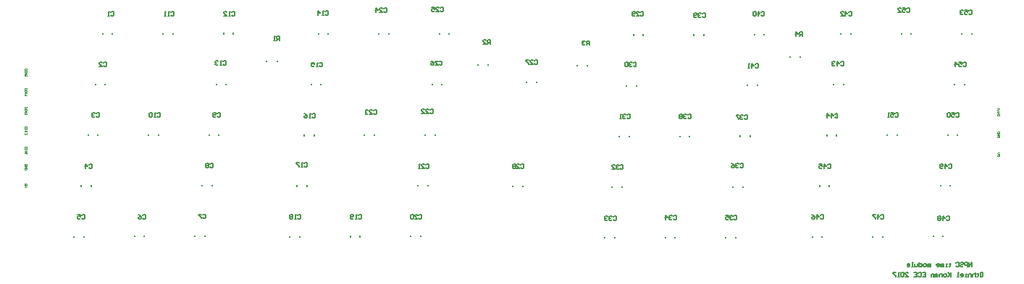
<source format=gbo>
G04 Layer_Color=32896*
%FSLAX42Y42*%
%MOMM*%
G71*
G01*
G75*
%ADD19C,0.20*%
%ADD20C,0.13*%
%ADD26C,0.05*%
D19*
X9494Y2702D02*
Y2712D01*
X9374Y2702D02*
Y2712D01*
X7005Y2598D02*
Y2608D01*
X6885Y2598D02*
Y2608D01*
X5725Y2609D02*
Y2619D01*
X5845Y2609D02*
Y2619D01*
X3257Y2653D02*
Y2663D01*
X3377Y2653D02*
Y2663D01*
X1336Y2974D02*
Y2984D01*
X1451Y2974D02*
Y2984D01*
X1252Y2380D02*
Y2390D01*
X1367Y2380D02*
Y2390D01*
X1169Y1786D02*
Y1796D01*
X1284Y1786D02*
Y1796D01*
X1085Y1191D02*
Y1201D01*
X1200Y1191D02*
Y1201D01*
X1002Y597D02*
Y607D01*
X1117Y597D02*
Y607D01*
X1824Y599D02*
Y609D01*
X1709Y599D02*
Y609D01*
X2531Y600D02*
Y610D01*
X2416Y600D02*
Y610D01*
X2500Y1195D02*
Y1205D01*
X2615Y1195D02*
Y1205D01*
X2583Y1789D02*
Y1799D01*
X2698Y1789D02*
Y1799D01*
X1991Y1787D02*
Y1797D01*
X1876Y1787D02*
Y1797D01*
X2158Y2976D02*
Y2986D01*
X2043Y2976D02*
Y2986D01*
X2750Y2977D02*
Y2987D01*
X2865Y2977D02*
Y2987D01*
X2667Y2383D02*
Y2393D01*
X2782Y2383D02*
Y2393D01*
X3860Y2973D02*
Y2983D01*
X3975Y2973D02*
Y2983D01*
X3777Y2378D02*
Y2388D01*
X3892Y2378D02*
Y2388D01*
X3693Y1784D02*
Y1794D01*
X3808Y1784D02*
Y1794D01*
X3610Y1190D02*
Y1200D01*
X3725Y1190D02*
Y1200D01*
X3526Y596D02*
Y606D01*
X3641Y596D02*
Y606D01*
X4348Y598D02*
Y608D01*
X4233Y598D02*
Y608D01*
X5055Y599D02*
Y609D01*
X4940Y599D02*
Y609D01*
X5024Y1193D02*
Y1203D01*
X5139Y1193D02*
Y1203D01*
X5107Y1787D02*
Y1797D01*
X5222Y1787D02*
Y1797D01*
X4515Y1786D02*
Y1796D01*
X4400Y1786D02*
Y1796D01*
X4682Y2974D02*
Y2984D01*
X4567Y2974D02*
Y2984D01*
X5274Y2976D02*
Y2986D01*
X5389Y2976D02*
Y2986D01*
X5191Y2382D02*
Y2392D01*
X5306Y2382D02*
Y2392D01*
X6294Y2408D02*
Y2418D01*
X6409Y2408D02*
Y2418D01*
X6249Y1189D02*
Y1199D01*
X6134Y1189D02*
Y1199D01*
X7544Y2960D02*
Y2970D01*
X7659Y2960D02*
Y2970D01*
X7461Y2366D02*
Y2376D01*
X7576Y2366D02*
Y2376D01*
X7377Y1771D02*
Y1781D01*
X7492Y1771D02*
Y1781D01*
X7294Y1177D02*
Y1187D01*
X7409Y1177D02*
Y1187D01*
X7210Y583D02*
Y593D01*
X7325Y583D02*
Y593D01*
X8032Y585D02*
Y595D01*
X7917Y585D02*
Y595D01*
X8739Y586D02*
Y596D01*
X8624Y586D02*
Y596D01*
X8708Y1180D02*
Y1190D01*
X8823Y1180D02*
Y1190D01*
X8791Y1775D02*
Y1785D01*
X8906Y1775D02*
Y1785D01*
X8199Y1773D02*
Y1783D01*
X8084Y1773D02*
Y1783D01*
X8366Y2961D02*
Y2971D01*
X8251Y2961D02*
Y2971D01*
X8958Y2963D02*
Y2973D01*
X9073Y2963D02*
Y2973D01*
X8990Y2369D02*
Y2379D01*
X8875Y2369D02*
Y2379D01*
X9970Y2972D02*
Y2982D01*
X10085Y2972D02*
Y2982D01*
X9886Y2378D02*
Y2388D01*
X10001Y2378D02*
Y2388D01*
X9803Y1784D02*
Y1794D01*
X9918Y1784D02*
Y1794D01*
X9719Y1190D02*
Y1200D01*
X9834Y1190D02*
Y1200D01*
X9636Y596D02*
Y606D01*
X9751Y596D02*
Y606D01*
X10458Y597D02*
Y607D01*
X10343Y597D02*
Y607D01*
X11165Y599D02*
Y609D01*
X11050Y599D02*
Y609D01*
X11248Y1193D02*
Y1203D01*
X11133Y1193D02*
Y1203D01*
X11217Y1787D02*
Y1797D01*
X11332Y1787D02*
Y1797D01*
X10625Y1786D02*
Y1796D01*
X10510Y1786D02*
Y1796D01*
X10792Y2974D02*
Y2984D01*
X10677Y2974D02*
Y2984D01*
X11384Y2976D02*
Y2986D01*
X11499Y2976D02*
Y2986D01*
X11415Y2381D02*
Y2391D01*
X11300Y2381D02*
Y2391D01*
D20*
X9518Y2947D02*
Y2997D01*
X9493D01*
X9485Y2989D01*
Y2972D01*
X9493Y2964D01*
X9518D01*
X9501D02*
X9485Y2947D01*
X9443D02*
Y2997D01*
X9468Y2972D01*
X9435D01*
X7029Y2843D02*
Y2893D01*
X7004D01*
X6995Y2885D01*
Y2868D01*
X7004Y2860D01*
X7029D01*
X7012D02*
X6995Y2843D01*
X6979Y2885D02*
X6970Y2893D01*
X6954D01*
X6945Y2885D01*
Y2877D01*
X6954Y2868D01*
X6962D01*
X6954D01*
X6945Y2860D01*
Y2852D01*
X6954Y2843D01*
X6970D01*
X6979Y2852D01*
X5871Y2856D02*
Y2906D01*
X5846D01*
X5837Y2898D01*
Y2881D01*
X5846Y2873D01*
X5871D01*
X5854D02*
X5837Y2856D01*
X5787D02*
X5821D01*
X5787Y2889D01*
Y2898D01*
X5796Y2906D01*
X5812D01*
X5821Y2898D01*
X3402Y2899D02*
Y2949D01*
X3377D01*
X3368Y2941D01*
Y2924D01*
X3377Y2916D01*
X3402D01*
X3385D02*
X3368Y2899D01*
X3352D02*
X3335D01*
X3343D01*
Y2949D01*
X3352Y2941D01*
X1430Y3225D02*
X1439Y3234D01*
X1455D01*
X1464Y3225D01*
Y3192D01*
X1455Y3184D01*
X1439D01*
X1430Y3192D01*
X1414Y3184D02*
X1397D01*
X1405D01*
Y3234D01*
X1414Y3225D01*
X1346Y2633D02*
X1355Y2642D01*
X1371D01*
X1380Y2633D01*
Y2600D01*
X1371Y2592D01*
X1355D01*
X1346Y2600D01*
X1296Y2592D02*
X1330D01*
X1296Y2625D01*
Y2633D01*
X1305Y2642D01*
X1321D01*
X1330Y2633D01*
X1263Y2039D02*
X1271Y2047D01*
X1288D01*
X1296Y2039D01*
Y2006D01*
X1288Y1997D01*
X1271D01*
X1263Y2006D01*
X1246Y2039D02*
X1238Y2047D01*
X1221D01*
X1213Y2039D01*
Y2031D01*
X1221Y2022D01*
X1229D01*
X1221D01*
X1213Y2014D01*
Y2006D01*
X1221Y1997D01*
X1238D01*
X1246Y2006D01*
X1179Y1445D02*
X1187Y1453D01*
X1204D01*
X1212Y1445D01*
Y1411D01*
X1204Y1403D01*
X1187D01*
X1179Y1411D01*
X1137Y1403D02*
Y1453D01*
X1162Y1428D01*
X1129D01*
X1095Y850D02*
X1103Y859D01*
X1120D01*
X1128Y850D01*
Y817D01*
X1120Y809D01*
X1103D01*
X1095Y817D01*
X1045Y859D02*
X1078D01*
Y834D01*
X1062Y842D01*
X1053D01*
X1045Y834D01*
Y817D01*
X1053Y809D01*
X1070D01*
X1078Y817D01*
X1804Y850D02*
X1812Y859D01*
X1829D01*
X1837Y850D01*
Y817D01*
X1829Y809D01*
X1812D01*
X1804Y817D01*
X1754Y859D02*
X1770Y850D01*
X1787Y834D01*
Y817D01*
X1779Y809D01*
X1762D01*
X1754Y817D01*
Y825D01*
X1762Y834D01*
X1787D01*
X2510Y853D02*
X2518Y861D01*
X2535D01*
X2543Y853D01*
Y820D01*
X2535Y811D01*
X2518D01*
X2510Y820D01*
X2493Y861D02*
X2460D01*
Y853D01*
X2493Y820D01*
Y811D01*
X2594Y1447D02*
X2602Y1456D01*
X2619D01*
X2627Y1447D01*
Y1414D01*
X2619Y1406D01*
X2602D01*
X2594Y1414D01*
X2577Y1447D02*
X2569Y1456D01*
X2552D01*
X2544Y1447D01*
Y1439D01*
X2552Y1431D01*
X2544Y1422D01*
Y1414D01*
X2552Y1406D01*
X2569D01*
X2577Y1414D01*
Y1422D01*
X2569Y1431D01*
X2577Y1439D01*
Y1447D01*
X2569Y1431D02*
X2552D01*
X2677Y2042D02*
X2686Y2050D01*
X2702D01*
X2711Y2042D01*
Y2008D01*
X2702Y2000D01*
X2686D01*
X2677Y2008D01*
X2661D02*
X2652Y2000D01*
X2636D01*
X2627Y2008D01*
Y2042D01*
X2636Y2050D01*
X2652D01*
X2661Y2042D01*
Y2033D01*
X2652Y2025D01*
X2627D01*
X1971Y2039D02*
X1980Y2047D01*
X1996D01*
X2005Y2039D01*
Y2006D01*
X1996Y1997D01*
X1980D01*
X1971Y2006D01*
X1955Y1997D02*
X1938D01*
X1946D01*
Y2047D01*
X1955Y2039D01*
X1913D02*
X1905Y2047D01*
X1888D01*
X1880Y2039D01*
Y2006D01*
X1888Y1997D01*
X1905D01*
X1913Y2006D01*
Y2039D01*
X2136Y3228D02*
X2145Y3236D01*
X2161D01*
X2170Y3228D01*
Y3194D01*
X2161Y3186D01*
X2145D01*
X2136Y3194D01*
X2120Y3186D02*
X2103D01*
X2111D01*
Y3236D01*
X2120Y3228D01*
X2078Y3186D02*
X2061D01*
X2070D01*
Y3236D01*
X2078Y3228D01*
X2845Y3230D02*
X2853Y3239D01*
X2870D01*
X2878Y3230D01*
Y3197D01*
X2870Y3189D01*
X2853D01*
X2845Y3197D01*
X2828Y3189D02*
X2812D01*
X2820D01*
Y3239D01*
X2828Y3230D01*
X2753Y3189D02*
X2787D01*
X2753Y3222D01*
Y3230D01*
X2762Y3239D01*
X2778D01*
X2787Y3230D01*
X2748Y2649D02*
X2756Y2658D01*
X2773D01*
X2781Y2649D01*
Y2616D01*
X2773Y2608D01*
X2756D01*
X2748Y2616D01*
X2731Y2608D02*
X2715D01*
X2723D01*
Y2658D01*
X2731Y2649D01*
X2690D02*
X2681Y2658D01*
X2665D01*
X2656Y2649D01*
Y2641D01*
X2665Y2633D01*
X2673D01*
X2665D01*
X2656Y2624D01*
Y2616D01*
X2665Y2608D01*
X2681D01*
X2690Y2616D01*
X3942Y3239D02*
X3950Y3247D01*
X3967D01*
X3975Y3239D01*
Y3206D01*
X3967Y3197D01*
X3950D01*
X3942Y3206D01*
X3925Y3197D02*
X3908D01*
X3917D01*
Y3247D01*
X3925Y3239D01*
X3858Y3197D02*
Y3247D01*
X3883Y3222D01*
X3850D01*
X3871Y2631D02*
X3880Y2639D01*
X3896D01*
X3905Y2631D01*
Y2598D01*
X3896Y2589D01*
X3880D01*
X3871Y2598D01*
X3855Y2589D02*
X3838D01*
X3846D01*
Y2639D01*
X3855Y2631D01*
X3780Y2639D02*
X3813D01*
Y2614D01*
X3796Y2623D01*
X3788D01*
X3780Y2614D01*
Y2598D01*
X3788Y2589D01*
X3805D01*
X3813Y2598D01*
X3787Y2037D02*
X3796Y2045D01*
X3812D01*
X3821Y2037D01*
Y2003D01*
X3812Y1995D01*
X3796D01*
X3787Y2003D01*
X3771Y1995D02*
X3754D01*
X3762D01*
Y2045D01*
X3771Y2037D01*
X3696Y2045D02*
X3712Y2037D01*
X3729Y2020D01*
Y2003D01*
X3721Y1995D01*
X3704D01*
X3696Y2003D01*
Y2012D01*
X3704Y2020D01*
X3729D01*
X3691Y1456D02*
X3699Y1465D01*
X3716D01*
X3724Y1456D01*
Y1423D01*
X3716Y1415D01*
X3699D01*
X3691Y1423D01*
X3674Y1415D02*
X3658D01*
X3666D01*
Y1465D01*
X3674Y1456D01*
X3633Y1465D02*
X3599D01*
Y1456D01*
X3633Y1423D01*
Y1415D01*
X3620Y848D02*
X3628Y856D01*
X3645D01*
X3653Y848D01*
Y814D01*
X3645Y806D01*
X3628D01*
X3620Y814D01*
X3603Y806D02*
X3586D01*
X3595D01*
Y856D01*
X3603Y848D01*
X3561D02*
X3553Y856D01*
X3536D01*
X3528Y848D01*
Y839D01*
X3536Y831D01*
X3528Y823D01*
Y814D01*
X3536Y806D01*
X3553D01*
X3561Y814D01*
Y823D01*
X3553Y831D01*
X3561Y839D01*
Y848D01*
X3553Y831D02*
X3536D01*
X4328Y850D02*
X4337Y859D01*
X4353D01*
X4362Y850D01*
Y817D01*
X4353Y809D01*
X4337D01*
X4328Y817D01*
X4312Y809D02*
X4295D01*
X4303D01*
Y859D01*
X4312Y850D01*
X4270Y817D02*
X4262Y809D01*
X4245D01*
X4237Y817D01*
Y850D01*
X4245Y859D01*
X4262D01*
X4270Y850D01*
Y842D01*
X4262Y834D01*
X4237D01*
X5035Y850D02*
X5043Y859D01*
X5060D01*
X5068Y850D01*
Y817D01*
X5060Y809D01*
X5043D01*
X5035Y817D01*
X4985Y809D02*
X5018D01*
X4985Y842D01*
Y850D01*
X4993Y859D01*
X5010D01*
X5018Y850D01*
X4968D02*
X4960Y859D01*
X4943D01*
X4935Y850D01*
Y817D01*
X4943Y809D01*
X4960D01*
X4968Y817D01*
Y850D01*
X5118Y1445D02*
X5127Y1453D01*
X5143D01*
X5152Y1445D01*
Y1411D01*
X5143Y1403D01*
X5127D01*
X5118Y1411D01*
X5068Y1403D02*
X5102D01*
X5068Y1436D01*
Y1445D01*
X5077Y1453D01*
X5093D01*
X5102Y1445D01*
X5052Y1403D02*
X5035D01*
X5043D01*
Y1453D01*
X5052Y1445D01*
X5166Y2082D02*
X5175Y2090D01*
X5191D01*
X5200Y2082D01*
Y2048D01*
X5191Y2040D01*
X5175D01*
X5166Y2048D01*
X5116Y2040D02*
X5150D01*
X5116Y2073D01*
Y2082D01*
X5125Y2090D01*
X5141D01*
X5150Y2082D01*
X5066Y2040D02*
X5100D01*
X5066Y2073D01*
Y2082D01*
X5075Y2090D01*
X5091D01*
X5100Y2082D01*
X4509Y2073D02*
X4517Y2081D01*
X4534D01*
X4542Y2073D01*
Y2040D01*
X4534Y2031D01*
X4517D01*
X4509Y2040D01*
X4459Y2031D02*
X4492D01*
X4459Y2065D01*
Y2073D01*
X4467Y2081D01*
X4484D01*
X4492Y2073D01*
X4442D02*
X4434Y2081D01*
X4417D01*
X4409Y2073D01*
Y2065D01*
X4417Y2056D01*
X4425D01*
X4417D01*
X4409Y2048D01*
Y2040D01*
X4417Y2031D01*
X4434D01*
X4442Y2040D01*
X4626Y3268D02*
X4635Y3277D01*
X4651D01*
X4660Y3268D01*
Y3235D01*
X4651Y3227D01*
X4635D01*
X4626Y3235D01*
X4576Y3227D02*
X4610D01*
X4576Y3260D01*
Y3268D01*
X4585Y3277D01*
X4601D01*
X4610Y3268D01*
X4535Y3227D02*
Y3277D01*
X4560Y3252D01*
X4526D01*
X5284Y3277D02*
X5292Y3285D01*
X5309D01*
X5317Y3277D01*
Y3244D01*
X5309Y3235D01*
X5292D01*
X5284Y3244D01*
X5234Y3235D02*
X5267D01*
X5234Y3269D01*
Y3277D01*
X5242Y3285D01*
X5259D01*
X5267Y3277D01*
X5184Y3285D02*
X5217D01*
Y3260D01*
X5201Y3269D01*
X5192D01*
X5184Y3260D01*
Y3244D01*
X5192Y3235D01*
X5209D01*
X5217Y3244D01*
X5272Y2648D02*
X5281Y2656D01*
X5297D01*
X5306Y2648D01*
Y2615D01*
X5297Y2606D01*
X5281D01*
X5272Y2615D01*
X5222Y2606D02*
X5256D01*
X5222Y2640D01*
Y2648D01*
X5231Y2656D01*
X5247D01*
X5256Y2648D01*
X5172Y2656D02*
X5189Y2648D01*
X5206Y2631D01*
Y2615D01*
X5197Y2606D01*
X5181D01*
X5172Y2615D01*
Y2623D01*
X5181Y2631D01*
X5206D01*
X6388Y2659D02*
X6397Y2667D01*
X6413D01*
X6422Y2659D01*
Y2626D01*
X6413Y2617D01*
X6397D01*
X6388Y2626D01*
X6338Y2617D02*
X6372D01*
X6338Y2651D01*
Y2659D01*
X6347Y2667D01*
X6363D01*
X6372Y2659D01*
X6322Y2667D02*
X6288D01*
Y2659D01*
X6322Y2626D01*
Y2617D01*
X6228Y1442D02*
X6237Y1451D01*
X6253D01*
X6262Y1442D01*
Y1409D01*
X6253Y1401D01*
X6237D01*
X6228Y1409D01*
X6178Y1401D02*
X6212D01*
X6178Y1434D01*
Y1442D01*
X6187Y1451D01*
X6203D01*
X6212Y1442D01*
X6162D02*
X6153Y1451D01*
X6137D01*
X6128Y1442D01*
Y1434D01*
X6137Y1426D01*
X6128Y1417D01*
Y1409D01*
X6137Y1401D01*
X6153D01*
X6162Y1409D01*
Y1417D01*
X6153Y1426D01*
X6162Y1434D01*
Y1442D01*
X6153Y1426D02*
X6137D01*
X7626Y3226D02*
X7634Y3234D01*
X7651D01*
X7659Y3226D01*
Y3193D01*
X7651Y3184D01*
X7634D01*
X7626Y3193D01*
X7576Y3184D02*
X7609D01*
X7576Y3218D01*
Y3226D01*
X7584Y3234D01*
X7601D01*
X7609Y3226D01*
X7559Y3193D02*
X7551Y3184D01*
X7534D01*
X7526Y3193D01*
Y3226D01*
X7534Y3234D01*
X7551D01*
X7559Y3226D01*
Y3218D01*
X7551Y3209D01*
X7526D01*
X7542Y2632D02*
X7550Y2640D01*
X7567D01*
X7575Y2632D01*
Y2599D01*
X7567Y2590D01*
X7550D01*
X7542Y2599D01*
X7525Y2632D02*
X7517Y2640D01*
X7500D01*
X7492Y2632D01*
Y2624D01*
X7500Y2615D01*
X7509D01*
X7500D01*
X7492Y2607D01*
Y2599D01*
X7500Y2590D01*
X7517D01*
X7525Y2599D01*
X7475Y2632D02*
X7467Y2640D01*
X7450D01*
X7442Y2632D01*
Y2599D01*
X7450Y2590D01*
X7467D01*
X7475Y2599D01*
Y2632D01*
X7470Y2024D02*
X7479Y2032D01*
X7495D01*
X7504Y2024D01*
Y1991D01*
X7495Y1982D01*
X7479D01*
X7470Y1991D01*
X7454Y2024D02*
X7445Y2032D01*
X7429D01*
X7420Y2024D01*
Y2016D01*
X7429Y2007D01*
X7437D01*
X7429D01*
X7420Y1999D01*
Y1991D01*
X7429Y1982D01*
X7445D01*
X7454Y1991D01*
X7404Y1982D02*
X7387D01*
X7395D01*
Y2032D01*
X7404Y2024D01*
X7389Y1429D02*
X7397Y1438D01*
X7414D01*
X7422Y1429D01*
Y1396D01*
X7414Y1388D01*
X7397D01*
X7389Y1396D01*
X7372Y1429D02*
X7364Y1438D01*
X7347D01*
X7339Y1429D01*
Y1421D01*
X7347Y1413D01*
X7356D01*
X7347D01*
X7339Y1404D01*
Y1396D01*
X7347Y1388D01*
X7364D01*
X7372Y1396D01*
X7289Y1388D02*
X7322D01*
X7289Y1421D01*
Y1429D01*
X7298Y1438D01*
X7314D01*
X7322Y1429D01*
X7305Y835D02*
X7314Y843D01*
X7330D01*
X7339Y835D01*
Y802D01*
X7330Y793D01*
X7314D01*
X7305Y802D01*
X7289Y835D02*
X7280Y843D01*
X7264D01*
X7255Y835D01*
Y827D01*
X7264Y818D01*
X7272D01*
X7264D01*
X7255Y810D01*
Y802D01*
X7264Y793D01*
X7280D01*
X7289Y802D01*
X7239Y835D02*
X7230Y843D01*
X7214D01*
X7205Y835D01*
Y827D01*
X7214Y818D01*
X7222D01*
X7214D01*
X7205Y810D01*
Y802D01*
X7214Y793D01*
X7230D01*
X7239Y802D01*
X8011Y838D02*
X8020Y846D01*
X8036D01*
X8045Y838D01*
Y804D01*
X8036Y796D01*
X8020D01*
X8011Y804D01*
X7995Y838D02*
X7986Y846D01*
X7970D01*
X7961Y838D01*
Y829D01*
X7970Y821D01*
X7978D01*
X7970D01*
X7961Y813D01*
Y804D01*
X7970Y796D01*
X7986D01*
X7995Y804D01*
X7920Y796D02*
Y846D01*
X7945Y821D01*
X7911D01*
X8718Y838D02*
X8726Y846D01*
X8743D01*
X8751Y838D01*
Y804D01*
X8743Y796D01*
X8726D01*
X8718Y804D01*
X8701Y838D02*
X8693Y846D01*
X8676D01*
X8668Y838D01*
Y829D01*
X8676Y821D01*
X8684D01*
X8676D01*
X8668Y813D01*
Y804D01*
X8676Y796D01*
X8693D01*
X8701Y804D01*
X8618Y846D02*
X8651D01*
Y821D01*
X8634Y829D01*
X8626D01*
X8618Y821D01*
Y804D01*
X8626Y796D01*
X8643D01*
X8651Y804D01*
X8789Y1447D02*
X8798Y1455D01*
X8814D01*
X8823Y1447D01*
Y1414D01*
X8814Y1405D01*
X8798D01*
X8789Y1414D01*
X8773Y1447D02*
X8764Y1455D01*
X8748D01*
X8739Y1447D01*
Y1439D01*
X8748Y1430D01*
X8756D01*
X8748D01*
X8739Y1422D01*
Y1414D01*
X8748Y1405D01*
X8764D01*
X8773Y1414D01*
X8689Y1455D02*
X8706Y1447D01*
X8723Y1430D01*
Y1414D01*
X8714Y1405D01*
X8698D01*
X8689Y1414D01*
Y1422D01*
X8698Y1430D01*
X8723D01*
X8843Y2019D02*
X8852Y2028D01*
X8868D01*
X8877Y2019D01*
Y1986D01*
X8868Y1978D01*
X8852D01*
X8843Y1986D01*
X8827Y2019D02*
X8819Y2028D01*
X8802D01*
X8794Y2019D01*
Y2011D01*
X8802Y2003D01*
X8810D01*
X8802D01*
X8794Y1994D01*
Y1986D01*
X8802Y1978D01*
X8819D01*
X8827Y1986D01*
X8777Y2028D02*
X8744D01*
Y2019D01*
X8777Y1986D01*
Y1978D01*
X8179Y2026D02*
X8187Y2035D01*
X8204D01*
X8212Y2026D01*
Y1993D01*
X8204Y1985D01*
X8187D01*
X8179Y1993D01*
X8162Y2026D02*
X8154Y2035D01*
X8137D01*
X8129Y2026D01*
Y2018D01*
X8137Y2010D01*
X8146D01*
X8137D01*
X8129Y2001D01*
Y1993D01*
X8137Y1985D01*
X8154D01*
X8162Y1993D01*
X8112Y2026D02*
X8104Y2035D01*
X8087D01*
X8079Y2026D01*
Y2018D01*
X8087Y2010D01*
X8079Y2001D01*
Y1993D01*
X8087Y1985D01*
X8104D01*
X8112Y1993D01*
Y2001D01*
X8104Y2010D01*
X8112Y2018D01*
Y2026D01*
X8104Y2010D02*
X8087D01*
X8347Y3213D02*
X8355Y3221D01*
X8372D01*
X8380Y3213D01*
Y3179D01*
X8372Y3171D01*
X8355D01*
X8347Y3179D01*
X8330Y3213D02*
X8322Y3221D01*
X8305D01*
X8297Y3213D01*
Y3204D01*
X8305Y3196D01*
X8313D01*
X8305D01*
X8297Y3188D01*
Y3179D01*
X8305Y3171D01*
X8322D01*
X8330Y3179D01*
X8280D02*
X8272Y3171D01*
X8255D01*
X8247Y3179D01*
Y3213D01*
X8255Y3221D01*
X8272D01*
X8280Y3213D01*
Y3204D01*
X8272Y3196D01*
X8247D01*
X9040Y3229D02*
X9048Y3238D01*
X9065D01*
X9073Y3229D01*
Y3196D01*
X9065Y3188D01*
X9048D01*
X9040Y3196D01*
X8998Y3188D02*
Y3238D01*
X9023Y3213D01*
X8990D01*
X8973Y3229D02*
X8965Y3238D01*
X8948D01*
X8940Y3229D01*
Y3196D01*
X8948Y3188D01*
X8965D01*
X8973Y3196D01*
Y3229D01*
X8969Y2621D02*
X8977Y2629D01*
X8994D01*
X9002Y2621D01*
Y2587D01*
X8994Y2579D01*
X8977D01*
X8969Y2587D01*
X8927Y2579D02*
Y2629D01*
X8952Y2604D01*
X8919D01*
X8902Y2579D02*
X8886D01*
X8894D01*
Y2629D01*
X8902Y2621D01*
X10064Y3225D02*
X10072Y3234D01*
X10089D01*
X10097Y3225D01*
Y3192D01*
X10089Y3184D01*
X10072D01*
X10064Y3192D01*
X10022Y3184D02*
Y3234D01*
X10047Y3209D01*
X10014D01*
X9964Y3184D02*
X9997D01*
X9964Y3217D01*
Y3225D01*
X9972Y3234D01*
X9989D01*
X9997Y3225D01*
X9967Y2645D02*
X9976Y2653D01*
X9992D01*
X10001Y2645D01*
Y2611D01*
X9992Y2603D01*
X9976D01*
X9967Y2611D01*
X9926Y2603D02*
Y2653D01*
X9951Y2628D01*
X9917D01*
X9901Y2645D02*
X9892Y2653D01*
X9876D01*
X9867Y2645D01*
Y2636D01*
X9876Y2628D01*
X9884D01*
X9876D01*
X9867Y2620D01*
Y2611D01*
X9876Y2603D01*
X9892D01*
X9901Y2611D01*
X9896Y2037D02*
X9904Y2045D01*
X9921D01*
X9929Y2037D01*
Y2003D01*
X9921Y1995D01*
X9904D01*
X9896Y2003D01*
X9854Y1995D02*
Y2045D01*
X9879Y2020D01*
X9846D01*
X9804Y1995D02*
Y2045D01*
X9829Y2020D01*
X9796D01*
X9812Y1442D02*
X9821Y1451D01*
X9837D01*
X9846Y1442D01*
Y1409D01*
X9837Y1401D01*
X9821D01*
X9812Y1409D01*
X9771Y1401D02*
Y1451D01*
X9796Y1426D01*
X9762D01*
X9712Y1451D02*
X9746D01*
Y1426D01*
X9729Y1434D01*
X9721D01*
X9712Y1426D01*
Y1409D01*
X9721Y1401D01*
X9737D01*
X9746Y1409D01*
X9731Y848D02*
X9739Y856D01*
X9756D01*
X9764Y848D01*
Y814D01*
X9756Y806D01*
X9739D01*
X9731Y814D01*
X9689Y806D02*
Y856D01*
X9714Y831D01*
X9681D01*
X9631Y856D02*
X9648Y848D01*
X9664Y831D01*
Y814D01*
X9656Y806D01*
X9639D01*
X9631Y814D01*
Y823D01*
X9639Y831D01*
X9664D01*
X10437Y850D02*
X10445Y859D01*
X10462D01*
X10470Y850D01*
Y817D01*
X10462Y809D01*
X10445D01*
X10437Y817D01*
X10395Y809D02*
Y859D01*
X10420Y834D01*
X10387D01*
X10370Y859D02*
X10337D01*
Y850D01*
X10370Y817D01*
Y809D01*
X11201Y830D02*
X11209Y838D01*
X11226D01*
X11234Y830D01*
Y796D01*
X11226Y788D01*
X11209D01*
X11201Y796D01*
X11159Y788D02*
Y838D01*
X11184Y813D01*
X11151D01*
X11134Y830D02*
X11126Y838D01*
X11109D01*
X11101Y830D01*
Y821D01*
X11109Y813D01*
X11101Y805D01*
Y796D01*
X11109Y788D01*
X11126D01*
X11134Y796D01*
Y805D01*
X11126Y813D01*
X11134Y821D01*
Y830D01*
X11126Y813D02*
X11109D01*
X11227Y1445D02*
X11235Y1453D01*
X11252D01*
X11260Y1445D01*
Y1411D01*
X11252Y1403D01*
X11235D01*
X11227Y1411D01*
X11185Y1403D02*
Y1453D01*
X11210Y1428D01*
X11177D01*
X11160Y1411D02*
X11152Y1403D01*
X11135D01*
X11127Y1411D01*
Y1445D01*
X11135Y1453D01*
X11152D01*
X11160Y1445D01*
Y1436D01*
X11152Y1428D01*
X11127D01*
X11311Y2039D02*
X11319Y2047D01*
X11336D01*
X11344Y2039D01*
Y2006D01*
X11336Y1997D01*
X11319D01*
X11311Y2006D01*
X11261Y2047D02*
X11294D01*
Y2022D01*
X11278Y2031D01*
X11269D01*
X11261Y2022D01*
Y2006D01*
X11269Y1997D01*
X11286D01*
X11294Y2006D01*
X11244Y2039D02*
X11236Y2047D01*
X11219D01*
X11211Y2039D01*
Y2006D01*
X11219Y1997D01*
X11236D01*
X11244Y2006D01*
Y2039D01*
X10605D02*
X10613Y2047D01*
X10630D01*
X10638Y2039D01*
Y2006D01*
X10630Y1997D01*
X10613D01*
X10605Y2006D01*
X10555Y2047D02*
X10588D01*
Y2022D01*
X10571Y2031D01*
X10563D01*
X10555Y2022D01*
Y2006D01*
X10563Y1997D01*
X10580D01*
X10588Y2006D01*
X10538Y1997D02*
X10521D01*
X10530D01*
Y2047D01*
X10538Y2039D01*
X10736Y3268D02*
X10744Y3276D01*
X10761D01*
X10769Y3268D01*
Y3235D01*
X10761Y3226D01*
X10744D01*
X10736Y3235D01*
X10686Y3276D02*
X10719D01*
Y3251D01*
X10702Y3260D01*
X10694D01*
X10686Y3251D01*
Y3235D01*
X10694Y3226D01*
X10711D01*
X10719Y3235D01*
X10636Y3226D02*
X10669D01*
X10636Y3260D01*
Y3268D01*
X10644Y3276D01*
X10661D01*
X10669Y3268D01*
X11465Y3242D02*
X11474Y3250D01*
X11490D01*
X11498Y3242D01*
Y3209D01*
X11490Y3200D01*
X11474D01*
X11465Y3209D01*
X11415Y3250D02*
X11449D01*
Y3225D01*
X11432Y3234D01*
X11424D01*
X11415Y3225D01*
Y3209D01*
X11424Y3200D01*
X11440D01*
X11449Y3209D01*
X11399Y3242D02*
X11390Y3250D01*
X11374D01*
X11365Y3242D01*
Y3234D01*
X11374Y3225D01*
X11382D01*
X11374D01*
X11365Y3217D01*
Y3209D01*
X11374Y3200D01*
X11390D01*
X11399Y3209D01*
X11395Y2633D02*
X11403Y2642D01*
X11420D01*
X11428Y2633D01*
Y2600D01*
X11420Y2592D01*
X11403D01*
X11395Y2600D01*
X11345Y2642D02*
X11378D01*
Y2617D01*
X11361Y2625D01*
X11353D01*
X11345Y2617D01*
Y2600D01*
X11353Y2592D01*
X11370D01*
X11378Y2600D01*
X11303Y2592D02*
Y2642D01*
X11328Y2617D01*
X11295D01*
X11605Y180D02*
X11622D01*
X11630Y172D01*
Y138D01*
X11622Y130D01*
X11605D01*
X11597Y138D01*
Y172D01*
X11605Y180D01*
X11572Y172D02*
Y163D01*
X11580D01*
X11563D01*
X11572D01*
Y138D01*
X11563Y130D01*
X11538Y180D02*
Y130D01*
Y155D01*
X11530Y163D01*
X11513D01*
X11505Y155D01*
Y130D01*
X11488D02*
Y163D01*
X11463D01*
X11455Y155D01*
Y130D01*
X11438D02*
X11422D01*
X11430D01*
Y163D01*
X11438D01*
X11372Y130D02*
X11388D01*
X11397Y138D01*
Y155D01*
X11388Y163D01*
X11372D01*
X11363Y155D01*
Y147D01*
X11397D01*
X11347Y130D02*
X11330D01*
X11338D01*
Y180D01*
X11347D01*
X11255D02*
Y130D01*
Y147D01*
X11222Y180D01*
X11247Y155D01*
X11222Y130D01*
X11197D02*
X11180D01*
X11172Y138D01*
Y155D01*
X11180Y163D01*
X11197D01*
X11205Y155D01*
Y138D01*
X11197Y130D01*
X11155D02*
Y163D01*
X11130D01*
X11122Y155D01*
Y130D01*
X11097Y163D02*
X11080D01*
X11072Y155D01*
Y130D01*
X11097D01*
X11105Y138D01*
X11097Y147D01*
X11072D01*
X11055Y130D02*
Y163D01*
X11030D01*
X11022Y155D01*
Y130D01*
X10922Y180D02*
X10955D01*
Y130D01*
X10922D01*
X10955Y155D02*
X10939D01*
X10872Y172D02*
X10880Y180D01*
X10897D01*
X10905Y172D01*
Y138D01*
X10897Y130D01*
X10880D01*
X10872Y138D01*
X10822Y180D02*
X10855D01*
Y130D01*
X10822D01*
X10855Y155D02*
X10839D01*
X10722Y130D02*
X10755D01*
X10722Y163D01*
Y172D01*
X10730Y180D01*
X10747D01*
X10755Y172D01*
X10705D02*
X10697Y180D01*
X10680D01*
X10672Y172D01*
Y138D01*
X10680Y130D01*
X10697D01*
X10705Y138D01*
Y172D01*
X10655Y130D02*
X10639D01*
X10647D01*
Y180D01*
X10655Y172D01*
X10614Y180D02*
X10580D01*
Y172D01*
X10614Y138D01*
Y130D01*
X11500Y250D02*
Y300D01*
X11467Y250D01*
Y300D01*
X11450Y250D02*
Y300D01*
X11425D01*
X11417Y292D01*
Y275D01*
X11425Y267D01*
X11450D01*
X11367Y292D02*
X11375Y300D01*
X11392D01*
X11400Y292D01*
Y283D01*
X11392Y275D01*
X11375D01*
X11367Y267D01*
Y258D01*
X11375Y250D01*
X11392D01*
X11400Y258D01*
X11317Y292D02*
X11325Y300D01*
X11342D01*
X11350Y292D01*
Y258D01*
X11342Y250D01*
X11325D01*
X11317Y258D01*
X11242Y292D02*
Y283D01*
X11250D01*
X11233D01*
X11242D01*
Y258D01*
X11233Y250D01*
X11208D02*
X11192D01*
X11200D01*
Y283D01*
X11208D01*
X11167Y250D02*
Y283D01*
X11158D01*
X11150Y275D01*
Y250D01*
Y275D01*
X11142Y283D01*
X11133Y275D01*
Y250D01*
X11092D02*
X11108D01*
X11117Y258D01*
Y275D01*
X11108Y283D01*
X11092D01*
X11083Y275D01*
Y267D01*
X11117D01*
X11017Y250D02*
Y283D01*
X11008D01*
X11000Y275D01*
Y250D01*
Y275D01*
X10992Y283D01*
X10984Y275D01*
Y250D01*
X10959D02*
X10942D01*
X10934Y258D01*
Y275D01*
X10942Y283D01*
X10959D01*
X10967Y275D01*
Y258D01*
X10959Y250D01*
X10884Y300D02*
Y250D01*
X10909D01*
X10917Y258D01*
Y275D01*
X10909Y283D01*
X10884D01*
X10867D02*
Y258D01*
X10859Y250D01*
X10834D01*
Y283D01*
X10817Y250D02*
X10800D01*
X10809D01*
Y300D01*
X10817D01*
X10750Y250D02*
X10767D01*
X10775Y258D01*
Y275D01*
X10767Y283D01*
X10750D01*
X10742Y275D01*
Y267D01*
X10775D01*
D26*
X425Y1203D02*
Y1220D01*
X437D01*
X433Y1212D01*
Y1207D01*
X437Y1203D01*
X446D01*
X450Y1207D01*
Y1216D01*
X446Y1220D01*
X425Y1195D02*
X442D01*
X450Y1186D01*
X442Y1178D01*
X425D01*
X429Y1433D02*
X425Y1437D01*
Y1446D01*
X429Y1450D01*
X446D01*
X450Y1446D01*
Y1437D01*
X446Y1433D01*
X437D01*
Y1442D01*
X450Y1425D02*
X425D01*
X450Y1408D01*
X425D01*
Y1399D02*
X450D01*
Y1387D01*
X446Y1382D01*
X429D01*
X425Y1387D01*
Y1399D01*
Y1650D02*
X450D01*
Y1637D01*
X446Y1633D01*
X429D01*
X425Y1637D01*
Y1650D01*
Y1625D02*
Y1616D01*
Y1620D01*
X450D01*
Y1625D01*
Y1616D01*
Y1603D02*
X425D01*
X450Y1587D01*
X425D01*
X450Y1578D02*
Y1570D01*
Y1574D01*
X425D01*
X429Y1578D01*
X425Y1890D02*
X450D01*
Y1877D01*
X446Y1873D01*
X429D01*
X425Y1877D01*
Y1890D01*
Y1865D02*
Y1856D01*
Y1860D01*
X450D01*
Y1865D01*
Y1856D01*
Y1843D02*
X425D01*
X450Y1827D01*
X425D01*
X450Y1801D02*
Y1818D01*
X433Y1801D01*
X429D01*
X425Y1805D01*
Y1814D01*
X429Y1818D01*
X425Y2120D02*
X450D01*
Y2107D01*
X446Y2103D01*
X429D01*
X425Y2107D01*
Y2120D01*
Y2095D02*
Y2086D01*
Y2090D01*
X450D01*
Y2095D01*
Y2086D01*
Y2073D02*
X425D01*
X450Y2057D01*
X425D01*
X429Y2048D02*
X425Y2044D01*
Y2035D01*
X429Y2031D01*
X433D01*
X437Y2035D01*
Y2040D01*
Y2035D01*
X442Y2031D01*
X446D01*
X450Y2035D01*
Y2044D01*
X446Y2048D01*
X425Y2340D02*
X450D01*
Y2327D01*
X446Y2323D01*
X429D01*
X425Y2327D01*
Y2340D01*
Y2315D02*
Y2306D01*
Y2310D01*
X450D01*
Y2315D01*
Y2306D01*
Y2293D02*
X425D01*
X450Y2277D01*
X425D01*
X450Y2255D02*
X425D01*
X437Y2268D01*
Y2251D01*
X11825Y1557D02*
Y1540D01*
X11813D01*
X11817Y1548D01*
Y1553D01*
X11813Y1557D01*
X11804D01*
X11800Y1553D01*
Y1544D01*
X11804Y1540D01*
X11825Y1565D02*
X11808D01*
X11800Y1574D01*
X11808Y1582D01*
X11825D01*
X11821Y1777D02*
X11825Y1773D01*
Y1764D01*
X11821Y1760D01*
X11804D01*
X11800Y1764D01*
Y1773D01*
X11804Y1777D01*
X11813D01*
Y1768D01*
X11800Y1785D02*
X11825D01*
X11800Y1802D01*
X11825D01*
Y1811D02*
X11800D01*
Y1823D01*
X11804Y1828D01*
X11821D01*
X11825Y1823D01*
Y1811D01*
Y2020D02*
X11800D01*
Y2033D01*
X11804Y2037D01*
X11821D01*
X11825Y2033D01*
Y2020D01*
X11800Y2050D02*
Y2058D01*
X11804Y2062D01*
X11813D01*
X11817Y2058D01*
Y2050D01*
X11813Y2045D01*
X11804D01*
X11800Y2050D01*
X11817Y2071D02*
X11804D01*
X11800Y2075D01*
Y2088D01*
X11817D01*
X11821Y2100D02*
X11817D01*
Y2096D01*
Y2105D01*
Y2100D01*
X11804D01*
X11800Y2105D01*
X425Y2570D02*
X450D01*
Y2557D01*
X446Y2553D01*
X429D01*
X425Y2557D01*
Y2570D01*
Y2545D02*
Y2536D01*
Y2540D01*
X450D01*
Y2545D01*
Y2536D01*
Y2523D02*
X425D01*
X450Y2507D01*
X425D01*
Y2481D02*
Y2498D01*
X437D01*
X433Y2490D01*
Y2485D01*
X437Y2481D01*
X446D01*
X450Y2485D01*
Y2494D01*
X446Y2498D01*
M02*

</source>
